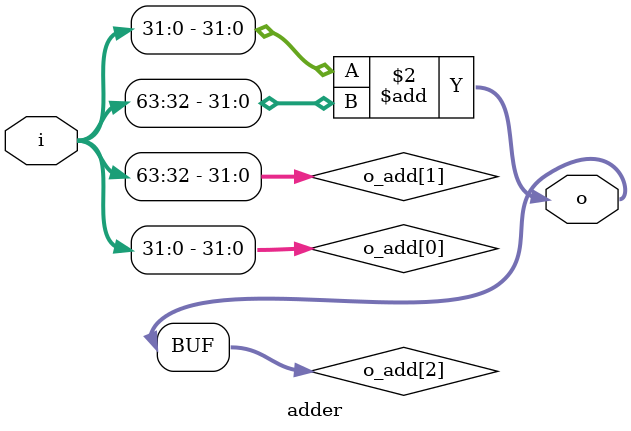
<source format=v>

module adder(i, o);

// parameters
parameter NUM = 2;
parameter WIDTH = 32;

// input ports
input signed [NUM*WIDTH-1:0] i;

// output ports
output signed [WIDTH-1:0] o;

// wires
wire signed [WIDTH-1:0] o_add [NUM*2-2:0];

// assign o_add[0] = 32'd0;

generate
	genvar j;

	// set input as the first NUM
	for (j = 0; j < NUM; j = j + 1)
	begin:init
		assign o_add[j] = i[j*WIDTH +: WIDTH];
	end

	// adding adjacent o_add
	for (j = 0; j < NUM - 1; j = j + 1 )
	begin:add
		assign o_add[NUM+j] = o_add[j*2] + o_add[j*2+1];
	end
endgenerate

assign o = o_add[NUM*2-2];

endmodule
</source>
